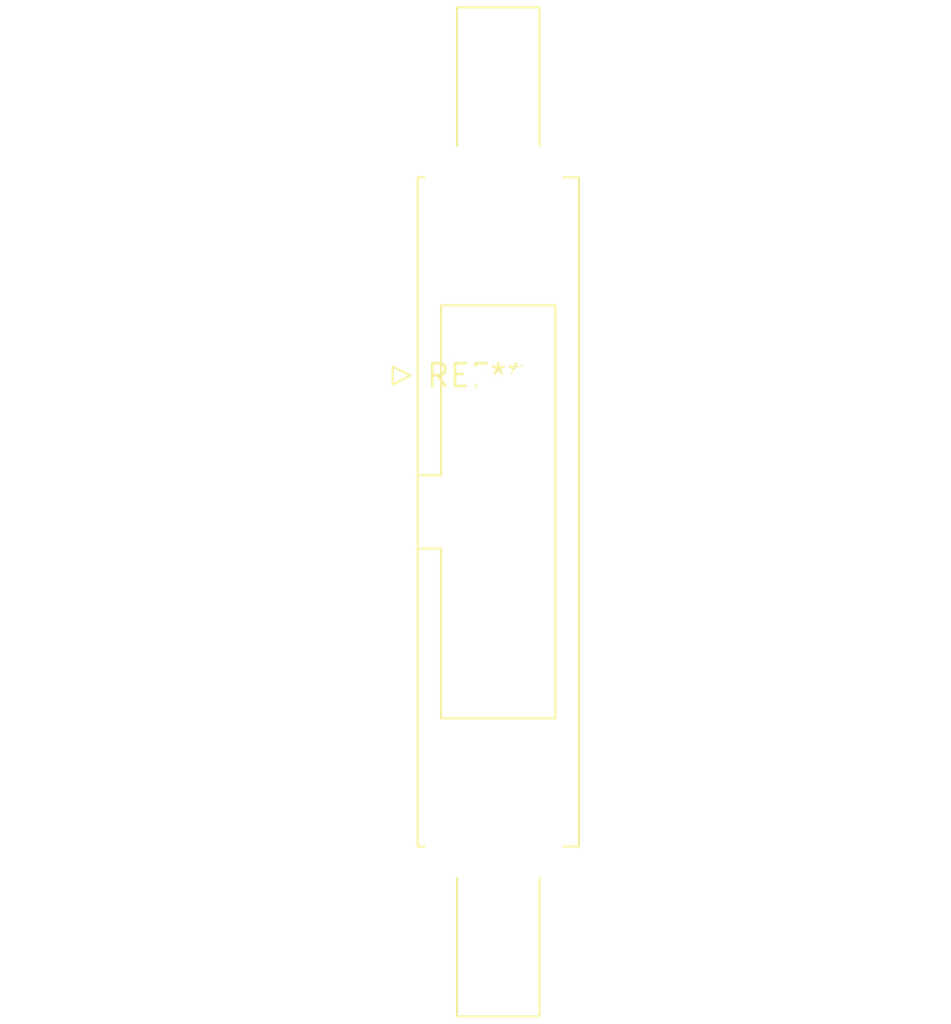
<source format=kicad_pcb>
(kicad_pcb (version 20240108) (generator pcbnew)
  (layers (0 "F.Cu" signal) (31 "B.Cu" signal) (34 "B.Paste" user) (35 "F.Paste" user) (36 "B.SilkS" user "B.Silkscreen") (37 "F.SilkS" user "F.Silkscreen") (38 "B.Mask" user) (39 "F.Mask" user) (44 "Edge.Cuts" user))
  (net 0 "")
  (footprint "IDC-Header_2x07-1MP_P2.54mm_Latch9.5mm_Vertical" (layer "F.Cu") (at 0 0)
    (property "Reference" "REF**")
    (property "Value" "IDC-Header_2x07-1MP_P2.54mm_Latch9.5mm_Vertical")
    (fp_line (start -4.63 -0.5) (end -4.63 0.5) (layer "F.SilkS") (stroke (width 0.12)))
    (fp_line (start -4.63 0.5) (end -3.63 0) (layer "F.SilkS") (stroke (width 0.12)))
    (fp_line (start -3.63 0) (end -4.63 -0.5) (layer "F.SilkS") (stroke (width 0.12)))
    (fp_line (start -3.24 -11.08) (end -3.24 26.32) (layer "F.SilkS") (stroke (width 0.12)))
    (fp_line (start -3.24 5.57) (end -1.93 5.57) (layer "F.SilkS") (stroke (width 0.12)))
    (fp_line (start -3.24 26.32) (end -2.87 26.32) (layer "F.SilkS") (stroke (width 0.12)))
    (fp_line (start -2.87 -11.08) (end -3.24 -11.08) (layer "F.SilkS") (stroke (width 0.12)))
    (fp_line (start -1.93 -3.92) (end 4.47 -3.92) (layer "F.SilkS") (stroke (width 0.12)))
    (fp_line (start -1.93 5.57) (end -1.93 -3.92) (layer "F.SilkS") (stroke (width 0.12)))
    (fp_line (start -1.93 9.67) (end -3.24 9.67) (layer "F.SilkS") (stroke (width 0.12)))
    (fp_line (start -1.93 9.67) (end -1.93 9.67) (layer "F.SilkS") (stroke (width 0.12)))
    (fp_line (start -1.93 19.16) (end -1.93 9.67) (layer "F.SilkS") (stroke (width 0.12)))
    (fp_line (start -1.04 -20.58) (end 3.58 -20.58) (layer "F.SilkS") (stroke (width 0.12)))
    (fp_line (start -1.04 -12.83) (end -1.04 -20.58) (layer "F.SilkS") (stroke (width 0.12)))
    (fp_line (start -1.04 28.07) (end -1.04 35.82) (layer "F.SilkS") (stroke (width 0.12)))
    (fp_line (start -1.04 35.82) (end 3.58 35.82) (layer "F.SilkS") (stroke (width 0.12)))
    (fp_line (start 3.58 -20.58) (end 3.58 -12.83) (layer "F.SilkS") (stroke (width 0.12)))
    (fp_line (start 3.58 35.82) (end 3.58 28.07) (layer "F.SilkS") (stroke (width 0.12)))
    (fp_line (start 4.47 -3.92) (end 4.47 19.16) (layer "F.SilkS") (stroke (width 0.12)))
    (fp_line (start 4.47 19.16) (end -1.93 19.16) (layer "F.SilkS") (stroke (width 0.12)))
    (fp_line (start 4.91 -11.08) (end 5.78 -11.08) (layer "F.SilkS") (stroke (width 0.12)))
    (fp_line (start 5.78 -11.08) (end 5.78 26.32) (layer "F.SilkS") (stroke (width 0.12)))
    (fp_line (start 5.78 26.32) (end 4.91 26.32) (layer "F.SilkS") (stroke (width 0.12)))
    (pad "1" thru_hole roundrect (at 0 0) (size 1.7 1.7) (drill 1) (layers *.Cu *.Mask) (remove_unused_layers) (roundrect_rratio 0.147059))
    (pad "2" thru_hole circle (at 2.54 0) (size 1.7 1.7) (drill 1) (layers *.Cu *.Mask) (remove_unused_layers))
    (pad "3" thru_hole circle (at 0 2.54) (size 1.7 1.7) (drill 1) (layers *.Cu *.Mask) (remove_unused_layers))
    (pad "4" thru_hole circle (at 2.54 2.54) (size 1.7 1.7) (drill 1) (layers *.Cu *.Mask) (remove_unused_layers))
    (pad "5" thru_hole circle (at 0 5.08) (size 1.7 1.7) (drill 1) (layers *.Cu *.Mask) (remove_unused_layers))
    (pad "6" thru_hole circle (at 2.54 5.08) (size 1.7 1.7) (drill 1) (layers *.Cu *.Mask) (remove_unused_layers))
    (pad "7" thru_hole circle (at 0 7.62) (size 1.7 1.7) (drill 1) (layers *.Cu *.Mask) (remove_unused_layers))
    (pad "8" thru_hole circle (at 2.54 7.62) (size 1.7 1.7) (drill 1) (layers *.Cu *.Mask) (remove_unused_layers))
    (pad "9" thru_hole circle (at 0 10.16) (size 1.7 1.7) (drill 1) (layers *.Cu *.Mask) (remove_unused_layers))
    (pad "10" thru_hole circle (at 2.54 10.16) (size 1.7 1.7) (drill 1) (layers *.Cu *.Mask) (remove_unused_layers))
    (pad "11" thru_hole circle (at 0 12.7) (size 1.7 1.7) (drill 1) (layers *.Cu *.Mask) (remove_unused_layers))
    (pad "12" thru_hole circle (at 2.54 12.7) (size 1.7 1.7) (drill 1) (layers *.Cu *.Mask) (remove_unused_layers))
    (pad "13" thru_hole circle (at 0 15.24) (size 1.7 1.7) (drill 1) (layers *.Cu *.Mask) (remove_unused_layers))
    (pad "14" thru_hole circle (at 2.54 15.24) (size 1.7 1.7) (drill 1) (layers *.Cu *.Mask) (remove_unused_layers))
    (pad "MP" thru_hole circle (at 1.02 -8.94) (size 8 8) (drill 2.69) (layers *.Cu *.Mask) (remove_unused_layers))
    (pad "MP" thru_hole circle (at 1.02 24.18) (size 8 8) (drill 2.69) (layers *.Cu *.Mask) (remove_unused_layers))
  )
)
</source>
